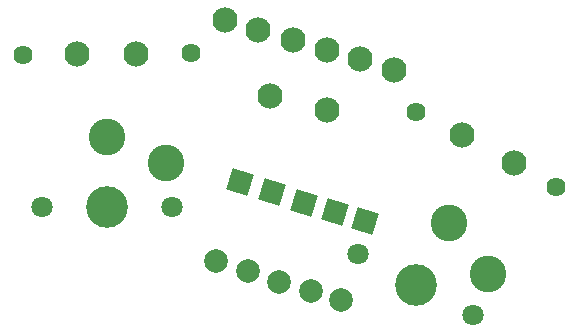
<source format=gbr>
%TF.GenerationSoftware,KiCad,Pcbnew,(6.0.4)*%
%TF.CreationDate,2024-05-03T16:02:45-07:00*%
%TF.ProjectId,thumb,7468756d-622e-46b6-9963-61645f706362,v1.0.0*%
%TF.SameCoordinates,Original*%
%TF.FileFunction,Soldermask,Top*%
%TF.FilePolarity,Negative*%
%FSLAX46Y46*%
G04 Gerber Fmt 4.6, Leading zero omitted, Abs format (unit mm)*
G04 Created by KiCad (PCBNEW (6.0.4)) date 2024-05-03 16:02:45*
%MOMM*%
%LPD*%
G01*
G04 APERTURE LIST*
G04 Aperture macros list*
%AMRoundRect*
0 Rectangle with rounded corners*
0 $1 Rounding radius*
0 $2 $3 $4 $5 $6 $7 $8 $9 X,Y pos of 4 corners*
0 Add a 4 corners polygon primitive as box body*
4,1,4,$2,$3,$4,$5,$6,$7,$8,$9,$2,$3,0*
0 Add four circle primitives for the rounded corners*
1,1,$1+$1,$2,$3*
1,1,$1+$1,$4,$5*
1,1,$1+$1,$6,$7*
1,1,$1+$1,$8,$9*
0 Add four rect primitives between the rounded corners*
20,1,$1+$1,$2,$3,$4,$5,0*
20,1,$1+$1,$4,$5,$6,$7,0*
20,1,$1+$1,$6,$7,$8,$9,0*
20,1,$1+$1,$8,$9,$2,$3,0*%
G04 Aperture macros list end*
%ADD10C,2.005000*%
%ADD11RoundRect,0.050000X-0.590236X1.110073X-1.110073X-0.590236X0.590236X-1.110073X1.110073X0.590236X0*%
%ADD12C,2.132000*%
%ADD13C,3.100000*%
%ADD14C,1.801800*%
%ADD15C,3.529000*%
%ADD16C,1.624000*%
G04 APERTURE END LIST*
D10*
%TO.C,D6*%
X101676699Y-65947067D03*
D11*
X103723301Y-59252933D03*
%TD*%
D12*
%TO.C,*%
X105700000Y-46300000D03*
%TD*%
D10*
%TO.C,D5*%
X104376699Y-66747067D03*
D11*
X106423301Y-60052933D03*
%TD*%
D12*
%TO.C,*%
X102800000Y-45500000D03*
%TD*%
%TO.C,*%
X97100000Y-43800000D03*
%TD*%
%TO.C,M2*%
X100874261Y-50195195D03*
X105725739Y-51404805D03*
%TD*%
%TO.C,*%
X108500000Y-47100000D03*
%TD*%
D13*
%TO.C,S2*%
X119375256Y-65236304D03*
D14*
X118056212Y-68782094D03*
D15*
X113200000Y-66200000D03*
D14*
X108343788Y-63617906D03*
D13*
X115993356Y-60946462D03*
%TD*%
D16*
%TO.C,*%
X94200000Y-46600000D03*
%TD*%
D12*
%TO.C,*%
X111400000Y-48000000D03*
%TD*%
D16*
%TO.C,*%
X125100000Y-57900000D03*
%TD*%
D12*
%TO.C,M3*%
X117095761Y-53548002D03*
X121510499Y-55895360D03*
%TD*%
D10*
%TO.C,D7*%
X106876699Y-67447067D03*
D11*
X108923301Y-60752933D03*
%TD*%
D10*
%TO.C,D4*%
X98976699Y-65047067D03*
D11*
X101023301Y-58352933D03*
%TD*%
D14*
%TO.C,S1*%
X81570950Y-59629451D03*
D13*
X92070950Y-55879451D03*
D14*
X92570950Y-59629451D03*
D15*
X87070950Y-59629451D03*
D13*
X87070950Y-53679451D03*
%TD*%
D10*
%TO.C,D3*%
X96276699Y-64147067D03*
D11*
X98323301Y-57452933D03*
%TD*%
D12*
%TO.C,M1*%
X84570950Y-46629451D03*
X89570950Y-46629451D03*
%TD*%
D16*
%TO.C,*%
X113200000Y-51600000D03*
%TD*%
%TO.C,*%
X80000000Y-46700000D03*
%TD*%
D12*
%TO.C,*%
X99900000Y-44600000D03*
%TD*%
M02*

</source>
